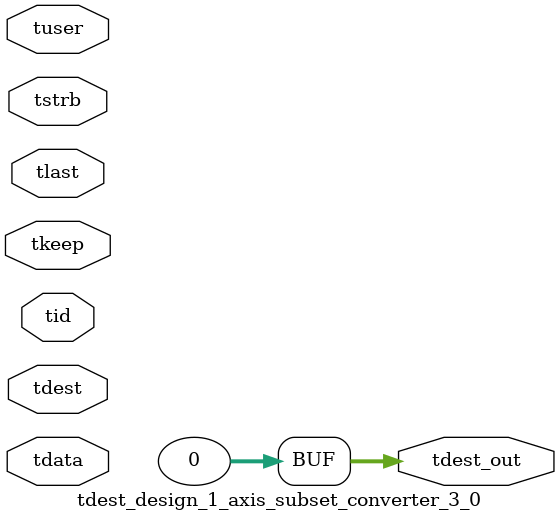
<source format=v>


`timescale 1ps/1ps

module tdest_design_1_axis_subset_converter_3_0 #
(
parameter C_S_AXIS_TDATA_WIDTH = 32,
parameter C_S_AXIS_TUSER_WIDTH = 0,
parameter C_S_AXIS_TID_WIDTH   = 0,
parameter C_S_AXIS_TDEST_WIDTH = 0,
parameter C_M_AXIS_TDEST_WIDTH = 32
)
(
input  [(C_S_AXIS_TDATA_WIDTH == 0 ? 1 : C_S_AXIS_TDATA_WIDTH)-1:0     ] tdata,
input  [(C_S_AXIS_TUSER_WIDTH == 0 ? 1 : C_S_AXIS_TUSER_WIDTH)-1:0     ] tuser,
input  [(C_S_AXIS_TID_WIDTH   == 0 ? 1 : C_S_AXIS_TID_WIDTH)-1:0       ] tid,
input  [(C_S_AXIS_TDEST_WIDTH == 0 ? 1 : C_S_AXIS_TDEST_WIDTH)-1:0     ] tdest,
input  [(C_S_AXIS_TDATA_WIDTH/8)-1:0 ] tkeep,
input  [(C_S_AXIS_TDATA_WIDTH/8)-1:0 ] tstrb,
input                                                                    tlast,
output [C_M_AXIS_TDEST_WIDTH-1:0] tdest_out
);

assign tdest_out = {1'b0};

endmodule


</source>
